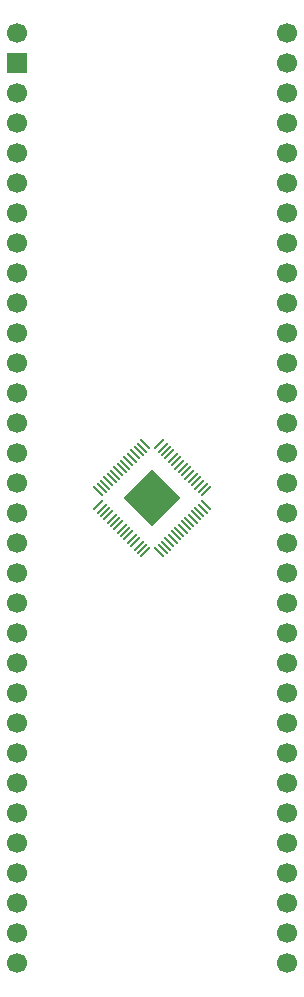
<source format=gts>
G04 #@! TF.GenerationSoftware,KiCad,Pcbnew,9.0.6*
G04 #@! TF.CreationDate,2026-01-07T14:27:30-06:00*
G04 #@! TF.ProjectId,QFN-60_7x7_P0.4,51464e2d-3630-45f3-9778-375f50302e34,rev?*
G04 #@! TF.SameCoordinates,Original*
G04 #@! TF.FileFunction,Soldermask,Top*
G04 #@! TF.FilePolarity,Negative*
%FSLAX46Y46*%
G04 Gerber Fmt 4.6, Leading zero omitted, Abs format (unit mm)*
G04 Created by KiCad (PCBNEW 9.0.6) date 2026-01-07 14:27:30*
%MOMM*%
%LPD*%
G01*
G04 APERTURE LIST*
G04 Aperture macros list*
%AMRoundRect*
0 Rectangle with rounded corners*
0 $1 Rounding radius*
0 $2 $3 $4 $5 $6 $7 $8 $9 X,Y pos of 4 corners*
0 Add a 4 corners polygon primitive as box body*
4,1,4,$2,$3,$4,$5,$6,$7,$8,$9,$2,$3,0*
0 Add four circle primitives for the rounded corners*
1,1,$1+$1,$2,$3*
1,1,$1+$1,$4,$5*
1,1,$1+$1,$6,$7*
1,1,$1+$1,$8,$9*
0 Add four rect primitives between the rounded corners*
20,1,$1+$1,$2,$3,$4,$5,0*
20,1,$1+$1,$4,$5,$6,$7,0*
20,1,$1+$1,$6,$7,$8,$9,0*
20,1,$1+$1,$8,$9,$2,$3,0*%
%AMRotRect*
0 Rectangle, with rotation*
0 The origin of the aperture is its center*
0 $1 length*
0 $2 width*
0 $3 Rotation angle, in degrees counterclockwise*
0 Add horizontal line*
21,1,$1,$2,0,0,$3*%
G04 Aperture macros list end*
%ADD10RoundRect,0.050000X-0.424264X0.353553X0.353553X-0.424264X0.424264X-0.353553X-0.353553X0.424264X0*%
%ADD11RoundRect,0.050000X-0.424264X-0.353553X-0.353553X-0.424264X0.424264X0.353553X0.353553X0.424264X0*%
%ADD12RotRect,3.400000X3.400000X315.000000*%
%ADD13C,1.700000*%
%ADD14R,1.700000X1.700000*%
G04 APERTURE END LIST*
D10*
X137828960Y-116243841D03*
X137546117Y-116526683D03*
X137263274Y-116809526D03*
X136980431Y-117092368D03*
X136697589Y-117375210D03*
X136414746Y-117658054D03*
X136131903Y-117940897D03*
X135849061Y-118223740D03*
X135566218Y-118506582D03*
X135283375Y-118789425D03*
X135000531Y-119072268D03*
X134717689Y-119355110D03*
X134434847Y-119637953D03*
X134152004Y-119920796D03*
X133869162Y-120203639D03*
D11*
X133869162Y-121405719D03*
X134152004Y-121688562D03*
X134434847Y-121971405D03*
X134717689Y-122254248D03*
X135000531Y-122537090D03*
X135283375Y-122819933D03*
X135566218Y-123102776D03*
X135849061Y-123385618D03*
X136131903Y-123668461D03*
X136414746Y-123951304D03*
X136697589Y-124234148D03*
X136980431Y-124516990D03*
X137263274Y-124799832D03*
X137546117Y-125082675D03*
X137828960Y-125365517D03*
D10*
X139031040Y-125365517D03*
X139313883Y-125082675D03*
X139596726Y-124799832D03*
X139879569Y-124516990D03*
X140162411Y-124234148D03*
X140445254Y-123951304D03*
X140728097Y-123668461D03*
X141010939Y-123385618D03*
X141293782Y-123102776D03*
X141576625Y-122819933D03*
X141859469Y-122537090D03*
X142142311Y-122254248D03*
X142425153Y-121971405D03*
X142707996Y-121688562D03*
X142990838Y-121405719D03*
D11*
X142990838Y-120203639D03*
X142707996Y-119920796D03*
X142425153Y-119637953D03*
X142142311Y-119355110D03*
X141859469Y-119072268D03*
X141576625Y-118789425D03*
X141293782Y-118506582D03*
X141010939Y-118223740D03*
X140728097Y-117940897D03*
X140445254Y-117658054D03*
X140162411Y-117375210D03*
X139879569Y-117092368D03*
X139596726Y-116809526D03*
X139313883Y-116526683D03*
X139031040Y-116243841D03*
D12*
X138430000Y-120804679D03*
D13*
X127000000Y-81424250D03*
D14*
X127000000Y-83964250D03*
D13*
X127000000Y-86504250D03*
X127000000Y-89044250D03*
X127000000Y-91584250D03*
X127000000Y-94124250D03*
X127000000Y-96664250D03*
X127000000Y-99204250D03*
X127000000Y-101744250D03*
X127000000Y-104284250D03*
X127000000Y-106824250D03*
X127000000Y-109364250D03*
X127000000Y-111904250D03*
X127000000Y-114444250D03*
X127000000Y-116984250D03*
X127000000Y-119524250D03*
X127000000Y-122064250D03*
X127000000Y-124604250D03*
X127000000Y-127144250D03*
X127000000Y-129684250D03*
X127000000Y-132224250D03*
X127000000Y-134764250D03*
X127000000Y-137304250D03*
X127000000Y-139844250D03*
X127000000Y-142384250D03*
X127000000Y-144924250D03*
X127000000Y-147464250D03*
X127000000Y-150004250D03*
X127000000Y-152544250D03*
X127000000Y-155084250D03*
X127000000Y-157624250D03*
X127000000Y-160164250D03*
X149860000Y-81424250D03*
X149860000Y-83964250D03*
X149860000Y-86504250D03*
X149860000Y-89044250D03*
X149860000Y-91584250D03*
X149860000Y-94124250D03*
X149860000Y-96664250D03*
X149860000Y-99204250D03*
X149860000Y-101744250D03*
X149860000Y-104284250D03*
X149860000Y-106824250D03*
X149860000Y-109364250D03*
X149860000Y-111904250D03*
X149860000Y-114444250D03*
X149860000Y-116984250D03*
X149860000Y-119524250D03*
X149860000Y-122064250D03*
X149860000Y-124604250D03*
X149860000Y-127144250D03*
X149860000Y-129684250D03*
X149860000Y-132224250D03*
X149860000Y-134764250D03*
X149860000Y-137304250D03*
X149860000Y-139844250D03*
X149860000Y-142384250D03*
X149860000Y-144924250D03*
X149860000Y-147464250D03*
X149860000Y-150004250D03*
X149860000Y-152544250D03*
X149860000Y-155084250D03*
X149860000Y-157624250D03*
X149860000Y-160164250D03*
M02*

</source>
